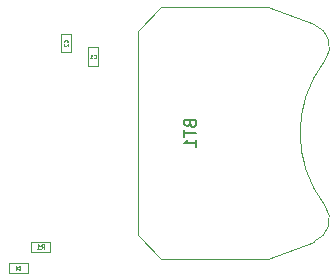
<source format=gbr>
G04 #@! TF.FileFunction,Other,Fab,Bot*
%FSLAX46Y46*%
G04 Gerber Fmt 4.6, Leading zero omitted, Abs format (unit mm)*
G04 Created by KiCad (PCBNEW 4.0.7-e2-6376~61~ubuntu18.04.1) date Tue Jul 31 19:09:39 2018*
%MOMM*%
%LPD*%
G01*
G04 APERTURE LIST*
%ADD10C,0.100000*%
%ADD11C,0.075000*%
%ADD12C,0.150000*%
G04 APERTURE END LIST*
D10*
X106261000Y-85452000D02*
X106261000Y-86252000D01*
X107861000Y-85452000D02*
X106261000Y-85452000D01*
X107861000Y-86252000D02*
X107861000Y-85452000D01*
X106261000Y-86252000D02*
X107861000Y-86252000D01*
X130212000Y-67010000D02*
X126282000Y-65570000D01*
X126282000Y-65570000D02*
X117282000Y-65570000D01*
X117282000Y-65570000D02*
X115292000Y-67560000D01*
X115292000Y-67560000D02*
X115292000Y-84840000D01*
X115292000Y-84840000D02*
X117282000Y-86830000D01*
X117282000Y-86830000D02*
X126282000Y-86830000D01*
X126282000Y-86830000D02*
X130212000Y-85390000D01*
X130210882Y-85380726D02*
G75*
G03X131112000Y-82300000I-678882J1870726D01*
G01*
X131108043Y-70105148D02*
G75*
G03X131112000Y-82300000I7933957J-6094852D01*
G01*
X131120508Y-70103855D02*
G75*
G03X130212000Y-67010000I-1588508J1213855D01*
G01*
X104956000Y-87830000D02*
X104956000Y-87430000D01*
X105006000Y-87630000D02*
X105306000Y-87830000D01*
X105306000Y-87430000D02*
X105006000Y-87630000D01*
X105306000Y-87830000D02*
X105306000Y-87430000D01*
X105956000Y-87230000D02*
X104356000Y-87230000D01*
X105956000Y-88030000D02*
X105956000Y-87230000D01*
X104356000Y-88030000D02*
X105956000Y-88030000D01*
X104356000Y-87230000D02*
X104356000Y-88030000D01*
X111106000Y-68923000D02*
X111106000Y-70523000D01*
X111106000Y-70523000D02*
X111906000Y-70523000D01*
X111906000Y-70523000D02*
X111906000Y-68923000D01*
X111906000Y-68923000D02*
X111106000Y-68923000D01*
X108820000Y-67780000D02*
X108820000Y-69380000D01*
X108820000Y-69380000D02*
X109620000Y-69380000D01*
X109620000Y-69380000D02*
X109620000Y-67780000D01*
X109620000Y-67780000D02*
X108820000Y-67780000D01*
D11*
X107127666Y-86032952D02*
X107261000Y-85842476D01*
X107356238Y-86032952D02*
X107356238Y-85632952D01*
X107203857Y-85632952D01*
X107165762Y-85652000D01*
X107146714Y-85671048D01*
X107127666Y-85709143D01*
X107127666Y-85766286D01*
X107146714Y-85804381D01*
X107165762Y-85823429D01*
X107203857Y-85842476D01*
X107356238Y-85842476D01*
X106746714Y-86032952D02*
X106975286Y-86032952D01*
X106861000Y-86032952D02*
X106861000Y-85632952D01*
X106899095Y-85690095D01*
X106937190Y-85728190D01*
X106975286Y-85747238D01*
D12*
X119710571Y-75414286D02*
X119758190Y-75557143D01*
X119805810Y-75604762D01*
X119901048Y-75652381D01*
X120043905Y-75652381D01*
X120139143Y-75604762D01*
X120186762Y-75557143D01*
X120234381Y-75461905D01*
X120234381Y-75080952D01*
X119234381Y-75080952D01*
X119234381Y-75414286D01*
X119282000Y-75509524D01*
X119329619Y-75557143D01*
X119424857Y-75604762D01*
X119520095Y-75604762D01*
X119615333Y-75557143D01*
X119662952Y-75509524D01*
X119710571Y-75414286D01*
X119710571Y-75080952D01*
X119234381Y-75938095D02*
X119234381Y-76509524D01*
X120234381Y-76223809D02*
X119234381Y-76223809D01*
X120234381Y-77366667D02*
X120234381Y-76795238D01*
X120234381Y-77080952D02*
X119234381Y-77080952D01*
X119377238Y-76985714D01*
X119472476Y-76890476D01*
X119520095Y-76795238D01*
D11*
X111556000Y-69830143D02*
X111570286Y-69844429D01*
X111613143Y-69858714D01*
X111641714Y-69858714D01*
X111684571Y-69844429D01*
X111713143Y-69815857D01*
X111727428Y-69787286D01*
X111741714Y-69730143D01*
X111741714Y-69687286D01*
X111727428Y-69630143D01*
X111713143Y-69601571D01*
X111684571Y-69573000D01*
X111641714Y-69558714D01*
X111613143Y-69558714D01*
X111570286Y-69573000D01*
X111556000Y-69587286D01*
X111270286Y-69858714D02*
X111441714Y-69858714D01*
X111356000Y-69858714D02*
X111356000Y-69558714D01*
X111384571Y-69601571D01*
X111413143Y-69630143D01*
X111441714Y-69644429D01*
X109327143Y-68530000D02*
X109341429Y-68515714D01*
X109355714Y-68472857D01*
X109355714Y-68444286D01*
X109341429Y-68401429D01*
X109312857Y-68372857D01*
X109284286Y-68358572D01*
X109227143Y-68344286D01*
X109184286Y-68344286D01*
X109127143Y-68358572D01*
X109098571Y-68372857D01*
X109070000Y-68401429D01*
X109055714Y-68444286D01*
X109055714Y-68472857D01*
X109070000Y-68515714D01*
X109084286Y-68530000D01*
X109084286Y-68644286D02*
X109070000Y-68658572D01*
X109055714Y-68687143D01*
X109055714Y-68758572D01*
X109070000Y-68787143D01*
X109084286Y-68801429D01*
X109112857Y-68815714D01*
X109141429Y-68815714D01*
X109184286Y-68801429D01*
X109355714Y-68630000D01*
X109355714Y-68815714D01*
M02*

</source>
